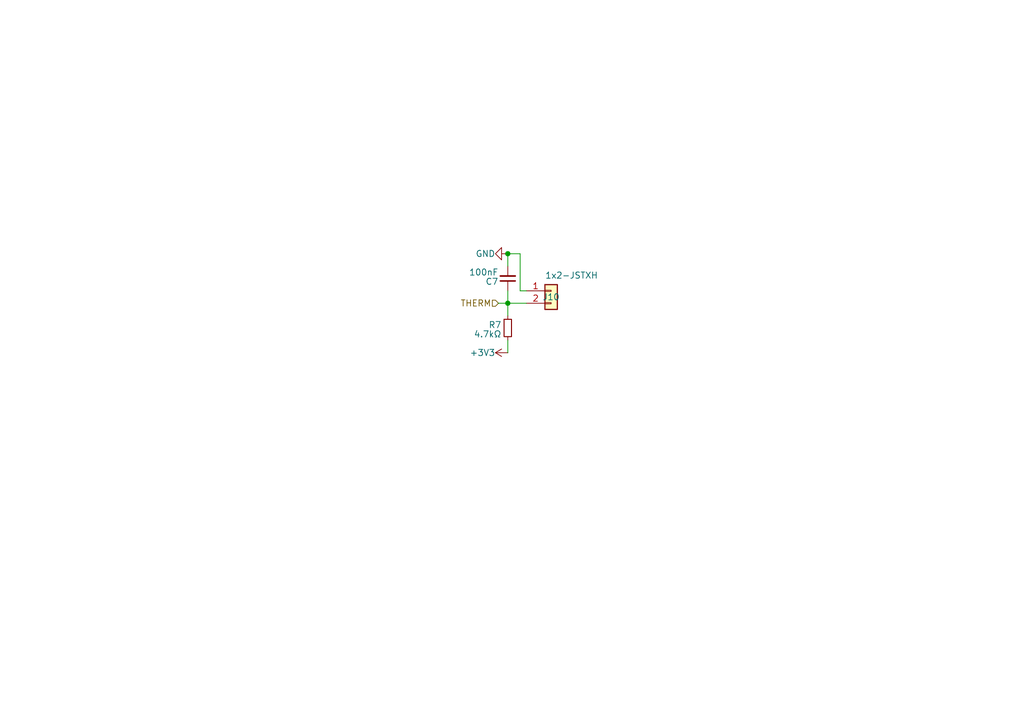
<source format=kicad_sch>
(kicad_sch (version 20250114) (generator "eeschema") (generator_version "9.0")
  (paper "A5")
  (title_block (title "ThermEX26 Klipper Thermistor Expansion") (date "2025-04-07") (rev "2") (company "Pera @ https://transfur.science/f191") (comment 1 "CERN OHL v2 - S") (comment 3 "https://github.com/comradef191/ThermEX"))
  (lib_symbols
    (symbol "Connector_Generic:Conn_01x02" (pin_names (offset 1.016) (hide yes))
      (property "Reference" "J" (at 0 2.54 0))
      (property "Value" "Conn_01x02" (at 0 -5.08 0))
      (symbol "Conn_01x02_1_1"
        (rectangle (start -1.27 1.27) (end 1.27 -3.81) (stroke (width 0.254)) (fill (type background)))
        (rectangle (start -1.27 0.127) (end 0 -0.127) (stroke (width 0.1524)))
        (rectangle (start -1.27 -2.413) (end 0 -2.667) (stroke (width 0.1524)))
        (pin passive line (at -5.08 0 0) (length 3.81) (name "Pin_1") (number "1"))
        (pin passive line (at -5.08 -2.54 0) (length 3.81) (name "Pin_2") (number "2"))
      )
    )
    (symbol "Device:C_Small" (pin_numbers (hide yes)) (pin_names (offset 0.254) (hide yes))
      (property "Reference" "C" (at 0.254 1.778 0))
      (property "Value" "C_Small" (at 0.254 -2.032 0))
      (symbol "C_Small_0_1"
        (polyline (pts (xy -1.524 0.508) (xy 1.524 0.508)) (stroke (width 0.3048)))
        (polyline (pts (xy -1.524 -0.508) (xy 1.524 -0.508)) (stroke (width 0.3302)))
      )
      (symbol "C_Small_1_1"
        (pin passive line (at 0 2.54 270) (length 2.032) (name "~") (number "1"))
        (pin passive line (at 0 -2.54 90) (length 2.032) (name "~") (number "2"))
      )
    )
    (symbol "Device:R_Small" (pin_numbers (hide yes)) (pin_names (offset 0.254) (hide yes))
      (property "Reference" "R" (at 0.762 0.508 0))
      (property "Value" "R_Small" (at 0.762 -1.016 0))
      (symbol "R_Small_0_1"
        (rectangle (start -0.762 1.778) (end 0.762 -1.778) (stroke (width 0.2032)))
      )
      (symbol "R_Small_1_1"
        (pin passive line (at 0 2.54 270) (length 0.762) (name "~") (number "1"))
        (pin passive line (at 0 -2.54 90) (length 0.762) (name "~") (number "2"))
      )
    )
    (symbol "power:+3V3" (power) (pin_numbers (hide yes)) (pin_names (offset 0) (hide yes))
      (property "Value" "+3V3" (at 0 3.556 0))
      (symbol "+3V3_0_1"
        (polyline (pts (xy -0.762 1.27) (xy 0 2.54)))
        (polyline (pts (xy 0 2.54) (xy 0.762 1.27)))
        (polyline (pts (xy 0 0) (xy 0 2.54)))
      )
      (symbol "+3V3_1_1"
        (pin power_in line (at 0 0 90) (length 0) (name "~") (number "1"))
      )
    )
    (symbol "power:GND" (power) (pin_numbers (hide yes)) (pin_names (offset 0) (hide yes))
      (property "Value" "GND" (at 0 -3.81 0))
      (symbol "GND_0_1"
        (polyline (pts (xy 0 0) (xy 0 -1.27) (xy 1.27 -1.27) (xy 0 -2.54) (xy -1.27 -1.27) (xy 0 -1.27)))
      )
      (symbol "GND_1_1"
        (pin power_in line (at 0 0 270) (length 0) (name "~") (number "1"))
      )
    )
  )
  (junction (at 104.14 62.23))
  (junction (at 104.14 52.07))
  (wire (pts (xy 104.14 59.69) (xy 104.14 62.23)))
  (wire (pts (xy 102.235 62.23) (xy 104.14 62.23)))
  (wire (pts (xy 104.14 52.07) (xy 104.14 54.61)))
  (wire (pts (xy 104.14 52.07) (xy 106.68 52.07)))
  (wire (pts (xy 106.68 59.69) (xy 107.95 59.69)))
  (wire (pts (xy 104.14 62.23) (xy 104.14 64.77)))
  (wire (pts (xy 104.14 62.23) (xy 107.95 62.23)))
  (wire (pts (xy 106.68 52.07) (xy 106.68 59.69)))
  (wire (pts (xy 104.14 69.85) (xy 104.14 72.39)))
  (hierarchical_label "THERM" (shape input) (at 102.235 62.23 180))
  (symbol (lib_id "power:GND") (at 104.14 52.07 270) (unit 1)
    (property "Reference" "#PWR09" (effects (hide yes)))
    (property "Value" "GND" (at 101.6 52.07 90) (effects (justify right)))
    (property "Description" "Power symbol creates a global label with name \"GND\" , ground" (effects (hide yes)))
    (instances (project "ThermEX10-Stack" (path "" (reference "#PWR016") (unit 1)) (path "" (reference "#PWR04") (unit 1)) (path "" (reference "#PWR018") (unit 1)) (path "" (reference "#PWR07") (unit 1)) (path "" (reference "#PWR022") (unit 1)) (path "" (reference "#PWR010") (unit 1)) (path "" (reference "#PWR012") (unit 1)) (path "" (reference "#PWR019") (unit 1)) (path "" (reference "#PWR014") (unit 1)) (path "" (reference "#PWR09") (unit 1))))
  )
  (symbol (lib_id "Device:C_Small") (at 104.14 57.15 180) (unit 1)
    (property "Reference" "C2" (at 102.235 57.785 0) (effects (justify left)))
    (property "Value" "100nF" (at 102.235 55.88 0) (effects (justify left)))
    (property "Footprint" "Capacitor_SMD:C_0603_1608Metric" (effects (hide yes)))
    (property "Description" "10v X7R MLCC" (effects (hide yes)))
    (property "LCSC" " C14663" (effects (hide yes)))
    (instances (project "ThermEX10-Stack" (path "" (reference "C7") (unit 1)) (path "" (reference "C1") (unit 1)) (path "" (reference "C8") (unit 1)) (path "" (reference "C3") (unit 1)) (path "" (reference "C10") (unit 1)) (path "" (reference "C4") (unit 1)) (path "" (reference "C5") (unit 1)) (path "" (reference "C9") (unit 1)) (path "" (reference "C6") (unit 1)) (path "" (reference "C2") (unit 1))))
  )
  (symbol (lib_id "power:+3V3") (at 104.14 72.39 90) (unit 1)
    (property "Reference" "#PWR020" (effects (hide yes)))
    (property "Value" "+3V3" (at 101.6 72.39 90) (effects (justify left)))
    (property "Description" "Power symbol creates a global label with name \"+3V3\"" (effects (hide yes)))
    (instances (project "ThermEX10-Stack" (path "" (reference "#PWR017") (unit 1)) (path "" (reference "#PWR06") (unit 1)) (path "" (reference "#PWR025") (unit 1)) (path "" (reference "#PWR08") (unit 1)) (path "" (reference "#PWR024") (unit 1)) (path "" (reference "#PWR011") (unit 1)) (path "" (reference "#PWR013") (unit 1)) (path "" (reference "#PWR021") (unit 1)) (path "" (reference "#PWR015") (unit 1)) (path "" (reference "#PWR020") (unit 1))))
  )
  (symbol (lib_id "Connector_Generic:Conn_01x02") (at 113.03 59.69 0) (unit 1)
    (property "Reference" "J12" (at 113.03 60.96 0))
    (property "Value" "1x2-JSTXH" (at 111.76 56.515 0) (effects (justify left)))
    (property "Footprint" "CustomFootprints:JST-XH_1x02-V ~ Custom" (effects (hide yes)))
    (property "Description" "Generic connector, single row, 01x02, script generated (kicad-library-utils/schlib/autogen/connector/)" (effects (hide yes)))
    (property "LCSC" "C5160911" (effects (hide yes)))
    (instances (project "ThermEX10-Stack" (path "" (reference "J10") (unit 1)) (path "" (reference "J4") (unit 1)) (path "" (reference "J8") (unit 1)) (path "" (reference "J5") (unit 1)) (path "" (reference "J13") (unit 1)) (path "" (reference "J6") (unit 1)) (path "" (reference "J7") (unit 1)) (path "" (reference "J11") (unit 1)) (path "" (reference "J9") (unit 1)) (path "" (reference "J12") (unit 1))))
  )
  (symbol (lib_id "Device:R_Small") (at 104.14 67.31 180) (unit 1)
    (property "Reference" "R6" (at 102.87 66.675 0) (effects (justify left)))
    (property "Value" "4.7kΩ" (at 102.87 68.58 0) (effects (justify left)))
    (property "Footprint" "Resistor_SMD:R_0603_1608Metric" (effects (hide yes)))
    (property "Description" "Resistor, small symbol" (effects (hide yes)))
    (property "LCSC" "C23162" (effects (hide yes)))
    (instances (project "ThermEX10-Stack" (path "" (reference "R7") (unit 1)) (path "" (reference "R1") (unit 1)) (path "" (reference "R9") (unit 1)) (path "" (reference "R2") (unit 1)) (path "" (reference "R10") (unit 1)) (path "" (reference "R3") (unit 1)) (path "" (reference "R4") (unit 1)) (path "" (reference "R8") (unit 1)) (path "" (reference "R5") (unit 1)) (path "" (reference "R6") (unit 1))))
  )
)
</source>
